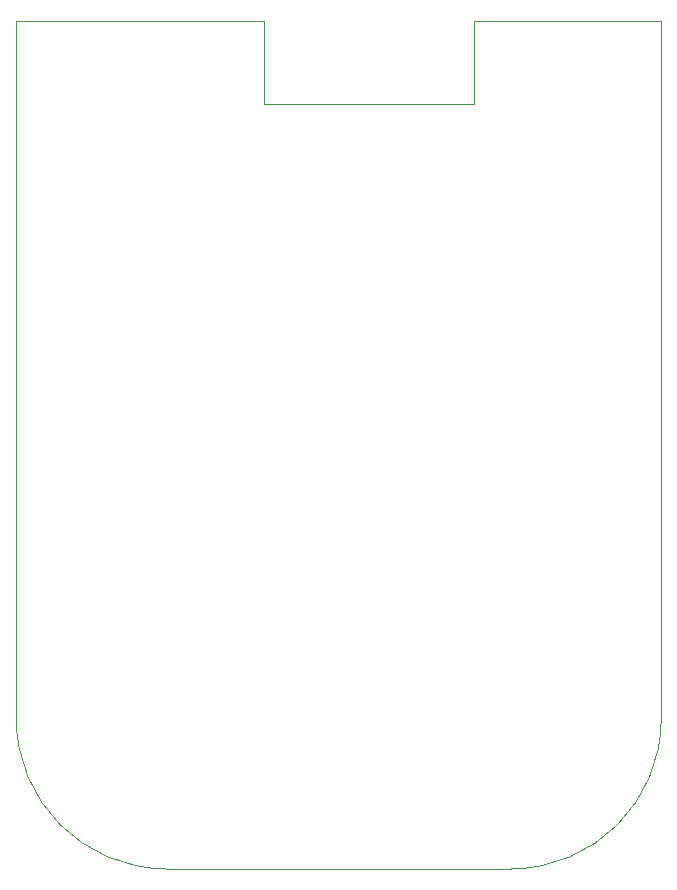
<source format=gm1>
%TF.GenerationSoftware,KiCad,Pcbnew,(6.0.4-0)*%
%TF.CreationDate,2022-03-20T16:54:33-07:00*%
%TF.ProjectId,Pi Adapter 3,50692041-6461-4707-9465-7220332e6b69,rev?*%
%TF.SameCoordinates,Original*%
%TF.FileFunction,Profile,NP*%
%FSLAX46Y46*%
G04 Gerber Fmt 4.6, Leading zero omitted, Abs format (unit mm)*
G04 Created by KiCad (PCBNEW (6.0.4-0)) date 2022-03-20 16:54:33*
%MOMM*%
%LPD*%
G01*
G04 APERTURE LIST*
%TA.AperFunction,Profile*%
%ADD10C,0.002540*%
%TD*%
%TA.AperFunction,Profile*%
%ADD11C,0.025400*%
%TD*%
G04 APERTURE END LIST*
D10*
X153200100Y-64287400D02*
X135420100Y-64287400D01*
X169075100Y-116357400D02*
X169075100Y-57302400D01*
X114465100Y-116357400D02*
G75*
G03*
X127165100Y-129057400I12700000J0D01*
G01*
D11*
X153200100Y-57302400D02*
X169075100Y-57302400D01*
D10*
X153200100Y-57302400D02*
X153200100Y-64287400D01*
X156375100Y-129057400D02*
G75*
G03*
X169075100Y-116357400I0J12700000D01*
G01*
X127165100Y-129057400D02*
X156375100Y-129057400D01*
D11*
X135420100Y-57302400D02*
X114465100Y-57302400D01*
D10*
X135420100Y-64287400D02*
X135420100Y-57302400D01*
X114465100Y-57302400D02*
X114465100Y-116357400D01*
M02*

</source>
